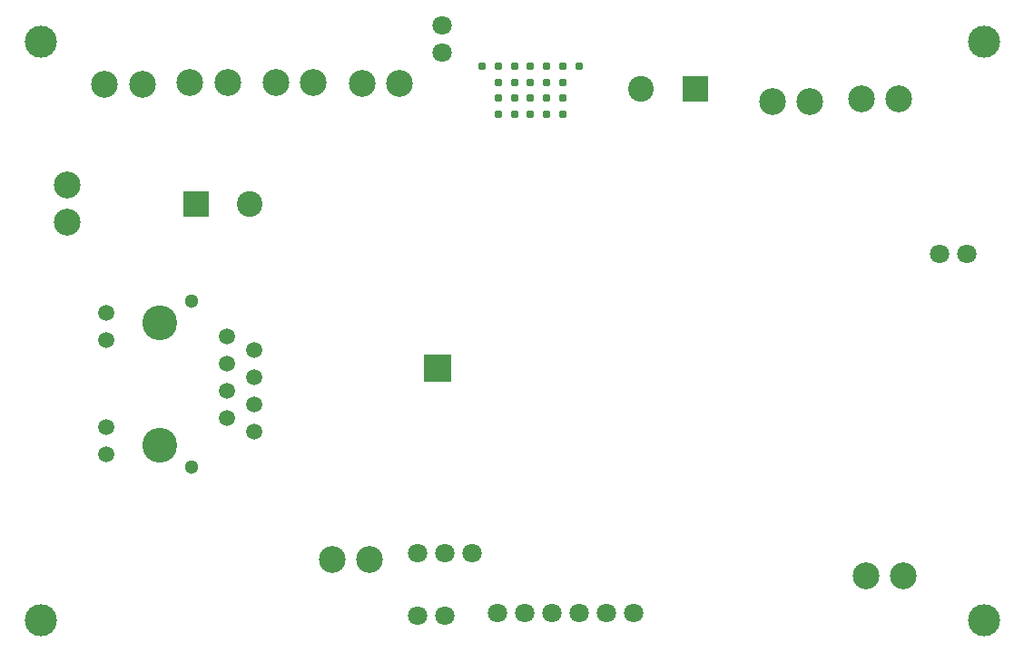
<source format=gbs>
G04 #@! TF.FileFunction,Soldermask,Bot*
%FSLAX46Y46*%
G04 Gerber Fmt 4.6, Leading zero omitted, Abs format (unit mm)*
G04 Created by KiCad (PCBNEW 4.0.6-e0-6349~53~ubuntu16.04.1) date Sat May 20 22:39:52 2017*
%MOMM*%
%LPD*%
G01*
G04 APERTURE LIST*
%ADD10C,0.150000*%
%ADD11C,3.000000*%
%ADD12C,1.800000*%
%ADD13R,2.499360X2.499360*%
%ADD14C,0.780000*%
%ADD15C,1.500000*%
%ADD16C,3.250000*%
%ADD17C,1.300000*%
%ADD18R,2.400000X2.400000*%
%ADD19C,2.400000*%
%ADD20C,2.500000*%
G04 APERTURE END LIST*
D10*
D11*
X178000000Y-113000000D03*
X90000000Y-113000000D03*
X90000000Y-59000000D03*
X178000000Y-59000000D03*
D12*
X142759680Y-112320000D03*
X145299680Y-112320000D03*
X132620000Y-112320000D03*
X135160000Y-112320000D03*
X140229840Y-112320000D03*
X137689840Y-112320000D03*
D13*
X127010000Y-89430000D03*
D14*
X140200000Y-61260000D03*
X131200000Y-61260000D03*
X138700000Y-65760000D03*
X138700000Y-64260000D03*
X138700000Y-62760000D03*
X138700000Y-61260000D03*
X135700000Y-65760000D03*
X135700000Y-64260000D03*
X135700000Y-62760000D03*
X135700000Y-61260000D03*
X137200000Y-61260000D03*
X137200000Y-62760000D03*
X137200000Y-64260000D03*
X137200000Y-65760000D03*
X134200000Y-65760000D03*
X134200000Y-64260000D03*
X134200000Y-62760000D03*
X134200000Y-61260000D03*
X132700000Y-61260000D03*
X132700000Y-62760000D03*
X132700000Y-64260000D03*
X132700000Y-65760000D03*
D15*
X96100000Y-84275000D03*
X96100000Y-86815000D03*
X96100000Y-94985000D03*
X96100000Y-97525000D03*
X107350000Y-86460000D03*
X107350000Y-91530000D03*
X107350000Y-89000000D03*
X107350000Y-94070000D03*
X109890000Y-87720000D03*
X109890000Y-92800000D03*
X109890000Y-90260000D03*
D16*
X101132080Y-96615000D03*
X101132080Y-85185000D03*
D17*
X104050000Y-83155000D03*
X104050000Y-98645000D03*
D15*
X109890000Y-95340000D03*
D18*
X104510000Y-74140000D03*
D19*
X109510000Y-74140000D03*
D18*
X151040000Y-63370000D03*
D19*
X146040000Y-63370000D03*
D12*
X125200000Y-106700000D03*
X127740000Y-106700000D03*
X130280000Y-106700000D03*
X127460000Y-59959840D03*
X127460000Y-57419840D03*
X127729840Y-112590000D03*
X125189840Y-112590000D03*
X173850160Y-78790000D03*
X176390160Y-78790000D03*
D20*
X158269940Y-64520000D03*
X161770060Y-64520000D03*
X166559940Y-64320000D03*
X170060060Y-64320000D03*
X120700060Y-107290000D03*
X117199940Y-107290000D03*
X92510000Y-75820060D03*
X92510000Y-72319940D03*
X119999940Y-62850000D03*
X123500060Y-62850000D03*
X111949940Y-62800000D03*
X115450060Y-62800000D03*
X103949940Y-62750000D03*
X107450060Y-62750000D03*
X95979940Y-62920000D03*
X99480060Y-62920000D03*
X170490060Y-108850000D03*
X166989940Y-108850000D03*
M02*

</source>
